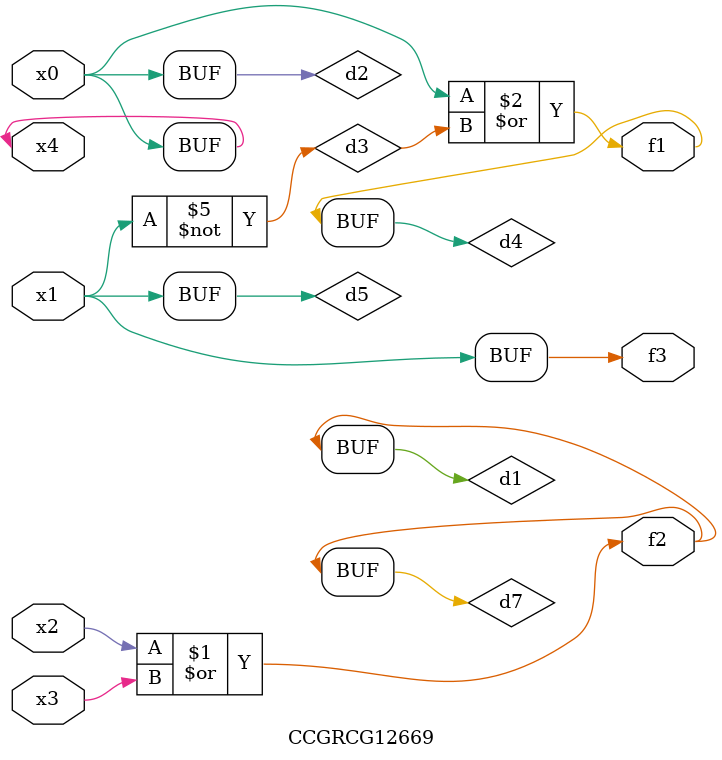
<source format=v>
module CCGRCG12669(
	input x0, x1, x2, x3, x4,
	output f1, f2, f3
);

	wire d1, d2, d3, d4, d5, d6, d7;

	or (d1, x2, x3);
	buf (d2, x0, x4);
	not (d3, x1);
	or (d4, d2, d3);
	not (d5, d3);
	nand (d6, d1, d3);
	or (d7, d1);
	assign f1 = d4;
	assign f2 = d7;
	assign f3 = d5;
endmodule

</source>
